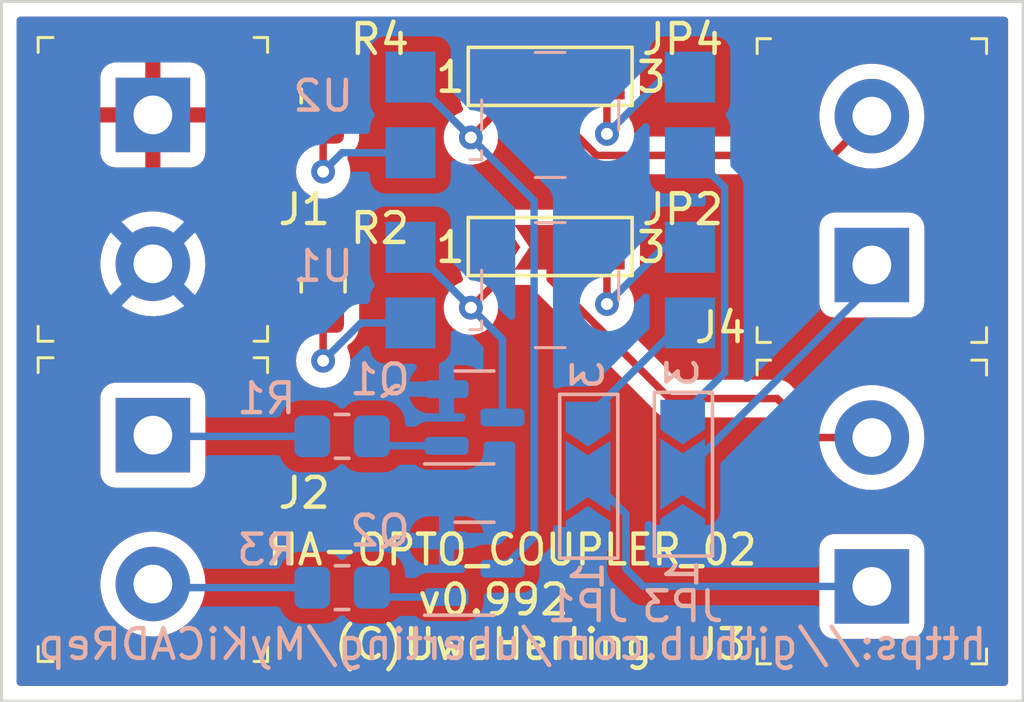
<source format=kicad_pcb>
(kicad_pcb (version 20210228) (generator pcbnew)
  (title_block (title "HA_OPTO_COUPLER_02") (date "2021-04-17") (rev "0.992"))
  (layers (0 "F.Cu" signal) (31 "B.Cu" signal) (34 "B.Paste" user) (35 "F.Paste" user) (36 "B.SilkS" user "B.Silkscreen") (37 "F.SilkS" user "F.Silkscreen") (38 "B.Mask" user) (39 "F.Mask" user) (44 "Edge.Cuts" user))
  (net 0 "")
  (net 1 "GPIO_1")
  (net 2 "GPIO_2")
  (net 3 "VCC")
  (net 4 "GND")
  (net 5 "Net-(JP1-Pad3)")
  (net 6 "Net-(JP2-Pad1)")
  (net 7 "Net-(JP2-Pad3)")
  (net 8 "Net-(JP3-Pad3)")
  (net 9 "Net-(JP4-Pad1)")
  (net 10 "Net-(JP4-Pad3)")
  (net 11 "Net-(Q1-Pad1)")
  (net 12 "Net-(Q2-Pad1)")
  (net 13 "Net-(R2-Pad1)")
  (net 14 "Net-(R4-Pad1)")
  (net 15 "Net-(J3-Pad1)")
  (net 16 "Net-(J3-Pad2)")
  (net 17 "Net-(J4-Pad1)")
  (net 18 "Net-(J4-Pad2)")
  (footprint "UH_HA:GithubLink_UH" (layer "F.Cu") (at 150.495 113.665)
    (fp_text reference "T3" hide)
    (fp_text value "https://github.com/uherting/MyKiCADRep" (at 0 -1.27 unlocked) (layer "B.SilkS") (effects (justify mirror)))
  )
  (footprint "UH_HA:Term_Block_1x2_P5mm" (layer "F.Cu") (at 162.56 110.45 90)
    (fp_text reference "J3" (at -1.945 -5.08) (layer "F.SilkS"))
    (fp_text value "TerminalBlock_3pin" hide)
    (fp_line (start -2.6 3.85) (end -2.1 3.85) (layer "F.SilkS") (width 0.1))
    (fp_line (start -2.6 -3.85) (end -2.1 -3.85) (layer "F.SilkS") (width 0.1))
    (fp_line (start 7.6 -3.85) (end 7.1 -3.85) (layer "F.SilkS") (width 0.1))
    (fp_line (start -2.6 -3.85) (end -2.6 -3.4) (layer "F.SilkS") (width 0.1))
    (fp_line (start 7.6 3.85) (end 7.1 3.85) (layer "F.SilkS") (width 0.1))
    (fp_line (start 7.6 3.85) (end 7.6 3.35) (layer "F.SilkS") (width 0.1))
    (fp_line (start 7.6 -3.85) (end 7.6 -3.4) (layer "F.SilkS") (width 0.1))
    (fp_line (start -2.6 3.85) (end -2.6 3.35) (layer "F.SilkS") (width 0.1))
    (pad "1" thru_hole rect (at 0 0 90) (size 2.5 2.5) (drill 1.3) (layers *.Cu *.Mask) (net 15 "Net-(J3-Pad1)"))
    (pad "2" thru_hole circle (at 5 0 90) (size 2.5 2.5) (drill 1.3) (layers *.Cu *.Mask) (net 16 "Net-(J3-Pad2)"))
  )
  (footprint "UH_HA:Term_Block_1x2_P5mm" (layer "F.Cu") (at 162.56 99.655 90)
    (fp_text reference "J4" (at -2.1 -5.08) (layer "F.SilkS"))
    (fp_text value "TerminalBlock_3pin" hide)
    (fp_line (start 7.6 -3.85) (end 7.6 -3.4) (layer "F.SilkS") (width 0.1))
    (fp_line (start -2.6 3.85) (end -2.1 3.85) (layer "F.SilkS") (width 0.1))
    (fp_line (start -2.6 -3.85) (end -2.1 -3.85) (layer "F.SilkS") (width 0.1))
    (fp_line (start 7.6 3.85) (end 7.6 3.35) (layer "F.SilkS") (width 0.1))
    (fp_line (start -2.6 3.85) (end -2.6 3.35) (layer "F.SilkS") (width 0.1))
    (fp_line (start 7.6 3.85) (end 7.1 3.85) (layer "F.SilkS") (width 0.1))
    (fp_line (start -2.6 -3.85) (end -2.6 -3.4) (layer "F.SilkS") (width 0.1))
    (fp_line (start 7.6 -3.85) (end 7.1 -3.85) (layer "F.SilkS") (width 0.1))
    (pad "1" thru_hole rect (at 0 0 90) (size 2.5 2.5) (drill 1.3) (layers *.Cu *.Mask) (net 17 "Net-(J4-Pad1)"))
    (pad "2" thru_hole circle (at 5 0 90) (size 2.5 2.5) (drill 1.3) (layers *.Cu *.Mask) (net 18 "Net-(J4-Pad2)"))
  )
  (footprint "UH_HA:Copyright-Uwe_Herting" (layer "F.Cu") (at 149.86 113.03)
    (fp_text reference "T2" hide)
    (fp_text value "(C)UweHerting" (at 0 -0.635 unlocked) (layer "F.SilkS"))
  )
  (footprint "UH_HA:PCB_Name" (layer "F.Cu") (at 150.495 109.855)
    (fp_text reference "T1" hide)
    (fp_text value "HA-OPTO_COUPLER_02" (at 0 -0.635 unlocked) (layer "F.SilkS") (effects (font (size 1 0.95))))
  )
  (footprint "UH_HA:Term_Block_1x2_P5mm" (layer "F.Cu") (at 138.43 105.37 -90)
    (fp_text reference "J2" (at 1.945 -5.08 180) (layer "F.SilkS"))
    (fp_text value "TerminalBlock_3pin" hide)
    (fp_line (start -2.6 -3.85) (end -2.6 -3.4) (layer "F.SilkS") (width 0.1))
    (fp_line (start -2.6 3.85) (end -2.6 3.35) (layer "F.SilkS") (width 0.1))
    (fp_line (start 7.6 3.85) (end 7.1 3.85) (layer "F.SilkS") (width 0.1))
    (fp_line (start 7.6 -3.85) (end 7.6 -3.4) (layer "F.SilkS") (width 0.1))
    (fp_line (start 7.6 -3.85) (end 7.1 -3.85) (layer "F.SilkS") (width 0.1))
    (fp_line (start 7.6 3.85) (end 7.6 3.35) (layer "F.SilkS") (width 0.1))
    (fp_line (start -2.6 -3.85) (end -2.1 -3.85) (layer "F.SilkS") (width 0.1))
    (fp_line (start -2.6 3.85) (end -2.1 3.85) (layer "F.SilkS") (width 0.1))
    (pad "1" thru_hole rect (at 0 0 270) (size 2.5 2.5) (drill 1.3) (layers *.Cu *.Mask) (net 1 "GPIO_1"))
    (pad "2" thru_hole circle (at 5 0 270) (size 2.5 2.5) (drill 1.3) (layers *.Cu *.Mask) (net 2 "GPIO_2"))
  )
  (footprint "Resistor_SMD:R_0805_2012Metric_Pad1.20x1.40mm_HandSolder" (layer "F.Cu") (at 144.145 93.98 90)
    (fp_text reference "R4" (at 1.905 1.905) (layer "F.SilkS"))
    (fp_text value "200" hide)
    (fp_line (start -0.227064 0.735) (end 0.227064 0.735) (layer "F.SilkS") (width 0.12))
    (fp_line (start -0.227064 -0.735) (end 0.227064 -0.735) (layer "F.SilkS") (width 0.12))
    (pad "1" smd roundrect (at -1 0 90) (size 1.2 1.4) (layers "F.Cu" "F.Paste" "F.Mask") (roundrect_rratio 0.2083333333) (net 14 "Net-(R4-Pad1)"))
    (pad "2" smd roundrect (at 1 0 90) (size 1.2 1.4) (layers "F.Cu" "F.Paste" "F.Mask") (roundrect_rratio 0.2083333333) (net 3 "VCC"))
  )
  (footprint "UH_HA:Term_Block_1x2_P5mm" (layer "F.Cu") (at 138.43 94.615 -90)
    (fp_text reference "J1" (at 3.175 -5.08 180) (layer "F.SilkS"))
    (fp_text value "TerminalBlock_3pin" hide)
    (fp_line (start 7.6 3.85) (end 7.6 3.35) (layer "F.SilkS") (width 0.1))
    (fp_line (start -2.6 -3.85) (end -2.6 -3.4) (layer "F.SilkS") (width 0.1))
    (fp_line (start 7.6 3.85) (end 7.1 3.85) (layer "F.SilkS") (width 0.1))
    (fp_line (start -2.6 3.85) (end -2.1 3.85) (layer "F.SilkS") (width 0.1))
    (fp_line (start -2.6 3.85) (end -2.6 3.35) (layer "F.SilkS") (width 0.1))
    (fp_line (start 7.6 -3.85) (end 7.1 -3.85) (layer "F.SilkS") (width 0.1))
    (fp_line (start -2.6 -3.85) (end -2.1 -3.85) (layer "F.SilkS") (width 0.1))
    (fp_line (start 7.6 -3.85) (end 7.6 -3.4) (layer "F.SilkS") (width 0.1))
    (pad "1" thru_hole rect (at 0 0 270) (size 2.5 2.5) (drill 1.3) (layers *.Cu *.Mask) (net 3 "VCC"))
    (pad "2" thru_hole circle (at 5 0 270) (size 2.5 2.5) (drill 1.3) (layers *.Cu *.Mask) (net 4 "GND"))
  )
  (footprint "Resistor_SMD:R_0805_2012Metric_Pad1.20x1.40mm_HandSolder" (layer "F.Cu") (at 144.145 100.33 90)
    (fp_text reference "R2" (at 1.905 1.905) (layer "F.SilkS"))
    (fp_text value "200" hide)
    (fp_line (start -0.227064 0.735) (end 0.227064 0.735) (layer "F.SilkS") (width 0.12))
    (fp_line (start -0.227064 -0.735) (end 0.227064 -0.735) (layer "F.SilkS") (width 0.12))
    (pad "1" smd roundrect (at -1 0 90) (size 1.2 1.4) (layers "F.Cu" "F.Paste" "F.Mask") (roundrect_rratio 0.2083333333) (net 13 "Net-(R2-Pad1)"))
    (pad "2" smd roundrect (at 1 0 90) (size 1.2 1.4) (layers "F.Cu" "F.Paste" "F.Mask") (roundrect_rratio 0.2083333333) (net 3 "VCC"))
  )
  (footprint "UH_HA:PCB_Version" (layer "F.Cu") (at 149.86 111.76)
    (fp_text reference "T4" hide)
    (fp_text value "v0.992" (at 0 -0.865 unlocked) (layer "F.SilkS"))
  )
  (footprint "UH_HA:SolderJumper-3_P2.0mm_Open_TrianglePad1.0x1.5mm_NumberLabels" (layer "F.Cu") (at 151.765 93.345)
    (fp_text reference "JP4" (at 4.445 -1.27) (layer "F.SilkS"))
    (fp_text value "SolderJumper_3_Open" hide)
    (fp_text user "1" (at -3.35 0) (layer "F.SilkS"))
    (fp_text user "3" (at 3.4 0) (layer "F.SilkS"))
    (fp_line (start 2.75 -1) (end 2.75 0.95) (layer "F.SilkS") (width 0.12))
    (fp_line (start -2.75 0.95) (end -2.75 -1) (layer "F.SilkS") (width 0.12))
    (fp_line (start 2.75 0.95) (end -2.75 0.95) (layer "F.SilkS") (width 0.12))
    (fp_line (start -2.75 -1) (end 2.75 -1) (layer "F.SilkS") (width 0.12))
    (pad "1" smd custom (at -2 0) (size 0.3 0.3) (layers "F.Cu" "F.Mask") (net 9 "Net-(JP4-Pad1)") (options (clearance outline) (anchor rect)) (primitives (gr_poly (pts (xy -0.5 -0.75) (xy 0.5 -0.75) (xy 1 0) (xy 0.5 0.75) (xy -0.5 0.75)) (width 0) (fill yes))))
    (pad "2" smd custom (at 0 0) (size 0.3 0.3) (layers "F.Cu") (net 18 "Net-(J4-Pad2)") (options (clearance outline) (anchor rect)) (primitives (gr_poly (pts (xy -1.2 -0.75) (xy 1.2 -0.75) (xy 0.7 0) (xy 1.2 0.75) (xy -1.2 0.75) (xy -0.7 0)) (width 0) (fill yes))))
    (pad "3" smd custom (at 2 0 180) (size 0.3 0.3) (layers "F.Cu" "F.Mask") (net 10 "Net-(JP4-Pad3)") (options (clearance outline) (anchor rect)) (primitives (gr_poly (pts (xy -0.5 -0.75) (xy 0.5 -0.75) (xy 1 0) (xy 0.5 0.75) (xy -0.5 0.75)) (width 0) (fill yes))))
  )
  (footprint "UH_HA:SolderJumper-3_P2.0mm_Open_TrianglePad1.0x1.5mm_NumberLabels" (layer "F.Cu") (at 151.765 99.06)
    (fp_text reference "JP2" (at 4.445 -1.27) (layer "F.SilkS"))
    (fp_text value "SolderJumper_3_Open" hide)
    (fp_text user "1" (at -3.35 0) (layer "F.SilkS"))
    (fp_text user "3" (at 3.4 0) (layer "F.SilkS"))
    (fp_line (start -2.75 0.95) (end -2.75 -1) (layer "F.SilkS") (width 0.12))
    (fp_line (start 2.75 0.95) (end -2.75 0.95) (layer "F.SilkS") (width 0.12))
    (fp_line (start 2.75 -1) (end 2.75 0.95) (layer "F.SilkS") (width 0.12))
    (fp_line (start -2.75 -1) (end 2.75 -1) (layer "F.SilkS") (width 0.12))
    (pad "1" smd custom (at -2 0) (size 0.3 0.3) (layers "F.Cu" "F.Mask") (net 6 "Net-(JP2-Pad1)") (options (clearance outline) (anchor rect)) (primitives (gr_poly (pts (xy -0.5 -0.75) (xy 0.5 -0.75) (xy 1 0) (xy 0.5 0.75) (xy -0.5 0.75)) (width 0) (fill yes))))
    (pad "2" smd custom (at 0 0) (size 0.3 0.3) (layers "F.Cu") (net 16 "Net-(J3-Pad2)") (options (clearance outline) (anchor rect)) (primitives (gr_poly (pts (xy -1.2 -0.75) (xy 1.2 -0.75) (xy 0.7 0) (xy 1.2 0.75) (xy -1.2 0.75) (xy -0.7 0)) (width 0) (fill yes))))
    (pad "3" smd custom (at 2 0 180) (size 0.3 0.3) (layers "F.Cu" "F.Mask") (net 7 "Net-(JP2-Pad3)") (options (clearance outline) (anchor rect)) (primitives (gr_poly (pts (xy -0.5 -0.75) (xy 0.5 -0.75) (xy 1 0) (xy 0.5 0.75) (xy -0.5 0.75)) (width 0) (fill yes))))
  )
  (footprint "UH_HA:SolderJumper-3_P2.0mm_Open_TrianglePad1.0x1.5mm_NumberLabels" (layer "B.Cu") (at 156.21 106.68 90)
    (fp_text reference "JP3" (at -4.445 0 180) (layer "B.SilkS") (effects (justify mirror)))
    (fp_text value "SolderJumper_3_Open" hide)
    (fp_text user "1" (at -3.35 0 90) (layer "B.SilkS") (effects (justify mirror)))
    (fp_text user "3" (at 3.4 0 90) (layer "B.SilkS") (effects (justify mirror)))
    (fp_line (start -2.75 -0.95) (end -2.75 1) (layer "B.SilkS") (width 0.12))
    (fp_line (start -2.75 1) (end 2.75 1) (layer "B.SilkS") (width 0.12))
    (fp_line (start 2.75 1) (end 2.75 -0.95) (layer "B.SilkS") (width 0.12))
    (fp_line (start 2.75 -0.95) (end -2.75 -0.95) (layer "B.SilkS") (width 0.12))
    (pad "1" smd custom (at -2 0 90) (size 0.3 0.3) (layers "B.Cu" "B.Mask") (net 4 "GND") (options (clearance outline) (anchor rect)) (primitives (gr_poly (pts (xy -0.5 0.75) (xy 0.5 0.75) (xy 1 0) (xy 0.5 -0.75) (xy -0.5 -0.75)) (width 0) (fill yes))))
    (pad "2" smd custom (at 0 0 90) (size 0.3 0.3) (layers "B.Cu") (net 17 "Net-(J4-Pad1)") (options (clearance outline) (anchor rect)) (primitives (gr_poly (pts (xy -1.2 0.75) (xy 1.2 0.75) (xy 0.7 0) (xy 1.2 -0.75) (xy -1.2 -0.75) (xy -0.7 0)) (width 0) (fill yes))))
    (pad "3" smd custom (at 2 0 270) (size 0.3 0.3) (layers "B.Cu" "B.Mask") (net 8 "Net-(JP3-Pad3)") (options (clearance outline) (anchor rect)) (primitives (gr_poly (pts (xy -0.5 0.75) (xy 0.5 0.75) (xy 1 0) (xy 0.5 -0.75) (xy -0.5 -0.75)) (width 0) (fill yes))))
  )
  (footprint "Resistor_SMD:R_0805_2012Metric_Pad1.20x1.40mm_HandSolder" (layer "B.Cu") (at 144.78 105.41)
    (fp_text reference "R1" (at -2.54 -1.27) (layer "B.SilkS") (effects (justify mirror)))
    (fp_text value "15k" hide)
    (fp_line (start -0.227064 0.735) (end 0.227064 0.735) (layer "B.SilkS") (width 0.12))
    (fp_line (start -0.227064 -0.735) (end 0.227064 -0.735) (layer "B.SilkS") (width 0.12))
    (pad "1" smd roundrect (at -1 0) (size 1.2 1.4) (layers "B.Cu" "B.Paste" "B.Mask") (roundrect_rratio 0.2083333333) (net 1 "GPIO_1"))
    (pad "2" smd roundrect (at 1 0) (size 1.2 1.4) (layers "B.Cu" "B.Paste" "B.Mask") (roundrect_rratio 0.2083333333) (net 11 "Net-(Q1-Pad1)"))
  )
  (footprint "UH_HA:EL817-S1T" (layer "B.Cu") (at 151.765 94.615)
    (fp_text reference "U2" (at -7.62 -0.635 180) (layer "B.SilkS") (effects (justify mirror)))
    (fp_text value "EL817" hide)
    (fp_line (start 0 2.1) (end 0.5 2.1) (layer "B.SilkS") (width 0.1))
    (fp_line (start 2.3 0) (end 2.3 0.5) (layer "B.SilkS") (width 0.1))
    (fp_line (start 0 2.1) (end -0.5 2.1) (layer "B.SilkS") (width 0.1))
    (fp_line (start -2.3 1.5) (end -2.3 1.2) (layer "B.SilkS") (width 0.1))
    (fp_line (start 2.3 0) (end 2.3 -0.5) (layer "B.SilkS") (width 0.1))
    (fp_line (start -2.3 0) (end -2.3 0.5) (layer "B.SilkS") (width 0.1))
    (fp_line (start -2.3 0) (end -2.3 -0.5) (layer "B.SilkS") (width 0.1))
    (fp_line (start -2.7 1.5) (end -2.3 1.5) (layer "B.SilkS") (width 0.1))
    (fp_line (start 0 -2.1) (end -0.5 -2.1) (layer "B.SilkS") (width 0.1))
    (fp_line (start 0 -2.1) (end 0.5 -2.1) (layer "B.SilkS") (width 0.1))
    (pad "1" smd rect (at -4.69 1.27) (size 1.68 1.71) (layers "B.Cu" "B.Paste" "B.Mask") (net 14 "Net-(R4-Pad1)"))
    (pad "2" smd rect (at -4.69 -1.27) (size 1.68 1.71) (layers "B.Cu" "B.Paste" "B.Mask") (net 9 "Net-(JP4-Pad1)"))
    (pad "3" smd rect (at 4.69 -1.27) (size 1.68 1.71) (layers "B.Cu" "B.Paste" "B.Mask") (net 10 "Net-(JP4-Pad3)"))
    (pad "4" smd rect (at 4.69 1.27) (size 1.68 1.71) (layers "B.Cu" "B.Paste" "B.Mask") (net 8 "Net-(JP3-Pad3)"))
  )
  (footprint "UH_HA:SOT-23" (layer "B.Cu") (at 149.225 109.855)
    (fp_text reference "Q2" (at -3.175 -1.27 180) (layer "B.SilkS") (effects (justify mirror)))
    (fp_text value "MMBT3904" hide)
    (fp_line (start 0 1.56) (end -1.675 1.56) (layer "B.SilkS") (width 0.12))
    (fp_line (start 0 1.56) (end 0.65 1.56) (layer "B.SilkS") (width 0.12))
    (fp_line (start 0 -1.56) (end -0.65 -1.56) (layer "B.SilkS") (width 0.12))
    (fp_line (start 0 -1.56) (end 0.65 -1.56) (layer "B.SilkS") (width 0.12))
    (pad "1" smd roundrect (at -0.9375 0.95) (size 1.475 0.6) (layers "B.Cu" "B.Paste" "B.Mask") (net 12 "Net-(Q2-Pad1)"))
    (pad "2" smd roundrect (at -0.9375 -0.95) (size 1.475 0.6) (layers "B.Cu" "B.Paste" "B.Mask") (net 4 "GND"))
    (pad "3" smd roundrect (at 0.9375 0) (size 1.475 0.6) (layers "B.Cu" "B.Paste" "B.Mask") (net 9 "Net-(JP4-Pad1)"))
  )
  (footprint "Resistor_SMD:R_0805_2012Metric_Pad1.20x1.40mm_HandSolder" (layer "B.Cu") (at 144.78 110.49)
    (fp_text reference "R3" (at -2.54 -1.27) (layer "B.SilkS") (effects (justify mirror)))
    (fp_text value "15k" hide)
    (fp_line (start -0.227064 0.735) (end 0.227064 0.735) (layer "B.SilkS") (width 0.12))
    (fp_line (start -0.227064 -0.735) (end 0.227064 -0.735) (layer "B.SilkS") (width 0.12))
    (pad "1" smd roundrect (at -1 0) (size 1.2 1.4) (layers "B.Cu" "B.Paste" "B.Mask") (roundrect_rratio 0.2083333333) (net 2 "GPIO_2"))
    (pad "2" smd roundrect (at 1 0) (size 1.2 1.4) (layers "B.Cu" "B.Paste" "B.Mask") (roundrect_rratio 0.2083333333) (net 12 "Net-(Q2-Pad1)"))
  )
  (footprint "UH_HA:SOT-23" (layer "B.Cu") (at 149.225 104.775)
    (fp_text reference "Q1" (at -3.175 -1.27 180) (layer "B.SilkS") (effects (justify mirror)))
    (fp_text value "MMBT3904" hide)
    (fp_line (start 0 -1.56) (end -0.65 -1.56) (layer "B.SilkS") (width 0.12))
    (fp_line (start 0 1.56) (end 0.65 1.56) (layer "B.SilkS") (width 0.12))
    (fp_line (start 0 1.56) (end -1.675 1.56) (layer "B.SilkS") (width 0.12))
    (fp_line (start 0 -1.56) (end 0.65 -1.56) (layer "B.SilkS") (width 0.12))
    (pad "1" smd roundrect (at -0.9375 0.95) (size 1.475 0.6) (layers "B.Cu" "B.Paste" "B.Mask") (net 11 "Net-(Q1-Pad1)"))
    (pad "2" smd roundrect (at -0.9375 -0.95) (size 1.475 0.6) (layers "B.Cu" "B.Paste" "B.Mask") (net 4 "GND"))
    (pad "3" smd roundrect (at 0.9375 0) (size 1.475 0.6) (layers "B.Cu" "B.Paste" "B.Mask") (net 6 "Net-(JP2-Pad1)"))
  )
  (footprint "UH_HA:SolderJumper-3_P2.0mm_Open_TrianglePad1.0x1.5mm_NumberLabels" (layer "B.Cu") (at 153.035 106.75 90)
    (fp_text reference "JP1" (at -4.375 0) (layer "B.SilkS") (effects (justify mirror)))
    (fp_text value "SolderJumper_3_Open" hide)
    (fp_text user "1" (at -3.35 0 90) (layer "B.SilkS") (effects (justify mirror)))
    (fp_text user "3" (at 3.4 0 90) (layer "B.SilkS") (effects (justify mirror)))
    (fp_line (start 2.75 -0.95) (end -2.75 -0.95) (layer "B.SilkS") (width 0.12))
    (fp_line (start -2.75 -0.95) (end -2.75 1) (layer "B.SilkS") (width 0.12))
    (fp_line (start -2.75 1) (end 2.75 1) (layer "B.SilkS") (width 0.12))
    (fp_line (start 2.75 1) (end 2.75 -0.95) (layer "B.SilkS") (width 0.12))
    (pad "1" smd custom (at -2 0 90) (size 0.3 0.3) (layers "B.Cu" "B.Mask") (net 4 "GND") (options (clearance outline) (anchor rect)) (primitives (gr_poly (pts (xy -0.5 0.75) (xy 0.5 0.75) (xy 1 0) (xy 0.5 -0.75) (xy -0.5 -0.75)) (width 0) (fill yes))))
    (pad "2" smd custom (at 0 0 90) (size 0.3 0.3) (layers "B.Cu") (net 15 "Net-(J3-Pad1)") (options (clearance outline) (anchor rect)) (primitives (gr_poly (pts (xy -1.2 0.75) (xy 1.2 0.75) (xy 0.7 0) (xy 1.2 -0.75) (xy -1.2 -0.75) (xy -0.7 0)) (width 0) (fill yes))))
    (pad "3" smd custom (at 2 0 270) (size 0.3 0.3) (layers "B.Cu" "B.Mask") (net 5 "Net-(JP1-Pad3)") (options (clearance outline) (anchor rect)) (primitives (gr_poly (pts (xy -0.5 0.75) (xy 0.5 0.75) (xy 1 0) (xy 0.5 -0.75) (xy -0.5 -0.75)) (width 0) (fill yes))))
  )
  (footprint "UH_HA:EL817-S1T" (layer "B.Cu") (at 151.765 100.33)
    (fp_text reference "U1" (at -7.62 -0.635 180) (layer "B.SilkS") (effects (justify mirror)))
    (fp_text value "EL817" hide)
    (fp_line (start 0 2.1) (end 0.5 2.1) (layer "B.SilkS") (width 0.1))
    (fp_line (start 0 -2.1) (end 0.5 -2.1) (layer "B.SilkS") (width 0.1))
    (fp_line (start -2.3 0) (end -2.3 0.5) (layer "B.SilkS") (width 0.1))
    (fp_line (start -2.3 1.5) (end -2.3 1.2) (layer "B.SilkS") (width 0.1))
    (fp_line (start -2.7 1.5) (end -2.3 1.5) (layer "B.SilkS") (width 0.1))
    (fp_line (start 2.3 0) (end 2.3 0.5) (layer "B.SilkS") (width 0.1))
    (fp_line (start 0 2.1) (end -0.5 2.1) (layer "B.SilkS") (width 0.1))
    (fp_line (start -2.3 0) (end -2.3 -0.5) (layer "B.SilkS") (width 0.1))
    (fp_line (start 0 -2.1) (end -0.5 -2.1) (layer "B.SilkS") (width 0.1))
    (fp_line (start 2.3 0) (end 2.3 -0.5) (layer "B.SilkS") (width 0.1))
    (pad "1" smd rect (at -4.69 1.27) (size 1.68 1.71) (layers "B.Cu" "B.Paste" "B.Mask") (net 13 "Net-(R2-Pad1)"))
    (pad "2" smd rect (at -4.69 -1.27) (size 1.68 1.71) (layers "B.Cu" "B.Paste" "B.Mask") (net 6 "Net-(JP2-Pad1)"))
    (pad "3" smd rect (at 4.69 -1.27) (size 1.68 1.71) (layers "B.Cu" "B.Paste" "B.Mask") (net 7 "Net-(JP2-Pad3)"))
    (pad "4" smd rect (at 4.69 1.27) (size 1.68 1.71) (layers "B.Cu" "B.Paste" "B.Mask") (net 5 "Net-(JP1-Pad3)"))
  )
  (gr_line (start 133.35 114.3) (end 133.35 90.805) (layer "Edge.Cuts") (width 0.1))
  (gr_line (start 133.35 90.805) (end 167.64 90.805) (layer "Edge.Cuts") (width 0.1))
  (gr_line (start 167.64 90.805) (end 167.64 114.3) (layer "Edge.Cuts") (width 0.1))
  (gr_line (start 167.64 114.3) (end 133.35 114.3) (layer "Edge.Cuts") (width 0.1))
  (segment (start 143.78 105.41) (end 138.47 105.41) (width 0.25) (layer "B.Cu") (net 1))
  (segment (start 138.47 105.41) (end 138.43 105.37) (width 0.25) (layer "B.Cu") (net 1))
  (segment (start 138.55 110.49) (end 138.43 110.37) (width 0.25) (layer "B.Cu") (net 2))
  (segment (start 143.78 110.49) (end 138.55 110.49) (width 0.25) (layer "B.Cu") (net 2))
  (segment (start 156.185 101.6) (end 156.455 101.6) (width 0.25) (layer "B.Cu") (net 5))
  (segment (start 153.035 104.75) (end 156.185 101.6) (width 0.25) (layer "B.Cu") (net 5))
  (segment (start 149.765 100.425) (end 149.1025 101.0875) (width 0.25) (layer "F.Cu") (net 6))
  (segment (start 149.765 99.06) (end 149.765 100.425) (width 0.25) (layer "F.Cu") (net 6))
  (via (at 149.1025 101.0875) (size 0.8) (drill 0.4) (layers "F.Cu" "B.Cu") (net 6))
  (segment (start 150.1625 104.775) (end 150.1625 102.1475) (width 0.25) (layer "B.Cu") (net 6))
  (segment (start 149.1025 101.0875) (end 147.075 99.06) (width 0.25) (layer "B.Cu") (net 6))
  (segment (start 150.1625 102.1475) (end 149.1025 101.0875) (width 0.25) (layer "B.Cu") (net 6))
  (segment (start 153.67 100.965) (end 153.67 99.155) (width 0.25) (layer "F.Cu") (net 7))
  (segment (start 153.67 99.155) (end 153.765 99.06) (width 0.25) (layer "F.Cu") (net 7))
  (via (at 153.67 100.965) (size 0.8) (drill 0.4) (layers "F.Cu" "B.Cu") (net 7))
  (segment (start 156.455 99.06) (end 155.575 99.06) (width 0.25) (layer "B.Cu") (net 7))
  (segment (start 155.575 99.06) (end 153.67 100.965) (width 0.25) (layer "B.Cu") (net 7))
  (segment (start 157.619511 97.049511) (end 156.455 95.885) (width 0.25) (layer "B.Cu") (net 8))
  (segment (start 156.21 104.68) (end 157.619511 103.270489) (width 0.25) (layer "B.Cu") (net 8))
  (segment (start 157.619511 103.270489) (end 157.619511 97.049511) (width 0.25) (layer "B.Cu") (net 8))
  (segment (start 149.765 93.345) (end 149.765 94.71) (width 0.25) (layer "F.Cu") (net 9))
  (segment (start 149.765 94.71) (end 149.1025 95.3725) (width 0.25) (layer "F.Cu") (net 9))
  (via (at 149.1025 95.3725) (size 0.8) (drill 0.4) (layers "F.Cu" "B.Cu") (net 9))
  (segment (start 151.22452 97.49452) (end 149.1025 95.3725) (width 0.25) (layer "B.Cu") (net 9))
  (segment (start 151.22452 108.79298) (end 151.22452 97.49452) (width 0.25) (layer "B.Cu") (net 9))
  (segment (start 150.1625 109.855) (end 151.22452 108.79298) (width 0.25) (layer "B.Cu") (net 9))
  (segment (start 149.1025 95.3725) (end 147.075 93.345) (width 0.25) (layer "B.Cu") (net 9))
  (segment (start 153.67 95.25) (end 153.67 93.44) (width 0.25) (layer "F.Cu") (net 10))
  (segment (start 153.67 93.44) (end 153.765 93.345) (width 0.25) (layer "F.Cu") (net 10))
  (via (at 153.67 95.25) (size 0.8) (drill 0.4) (layers "F.Cu" "B.Cu") (net 10))
  (segment (start 156.455 93.345) (end 155.575 93.345) (width 0.25) (layer "B.Cu") (net 10))
  (segment (start 155.575 93.345) (end 153.67 95.25) (width 0.25) (layer "B.Cu") (net 10))
  (segment (start 146.095 105.725) (end 145.78 105.41) (width 0.25) (layer "B.Cu") (net 11))
  (segment (start 148.2875 105.725) (end 146.095 105.725) (width 0.25) (layer "B.Cu") (net 11))
  (segment (start 148.2875 110.805) (end 146.095 110.805) (width 0.25) (layer "B.Cu") (net 12))
  (segment (start 146.095 110.805) (end 145.78 110.49) (width 0.25) (layer "B.Cu") (net 12))
  (segment (start 144.145 101.33) (end 144.145 102.87) (width 0.25) (layer "F.Cu") (net 13))
  (via (at 144.145 102.87) (size 0.8) (drill 0.4) (layers "F.Cu" "B.Cu") (net 13))
  (segment (start 145.415 101.6) (end 147.075 101.6) (width 0.25) (layer "B.Cu") (net 13))
  (segment (start 144.145 102.87) (end 145.415 101.6) (width 0.25) (layer "B.Cu") (net 13))
  (segment (start 144.145 94.98) (end 144.145 96.52) (width 0.25) (layer "F.Cu") (net 14))
  (via (at 144.145 96.52) (size 0.8) (drill 0.4) (layers "F.Cu" "B.Cu") (net 14))
  (segment (start 144.78 95.885) (end 147.075 95.885) (width 0.25) (layer "B.Cu") (net 14))
  (segment (start 144.145 96.52) (end 144.78 95.885) (width 0.25) (layer "B.Cu") (net 14))
  (segment (start 154.9 110.45) (end 162.56 110.45) (width 0.25) (layer "B.Cu") (net 15))
  (segment (start 153.035 106.75) (end 154.305 108.02) (width 0.25) (layer "B.Cu") (net 15))
  (segment (start 154.305 109.855) (end 154.9 110.45) (width 0.25) (layer "B.Cu") (net 15))
  (segment (start 154.305 108.02) (end 154.305 109.855) (width 0.25) (layer "B.Cu") (net 15))
  (segment (start 159.385 104.14) (end 160.695 105.45) (width 0.25) (layer "F.Cu") (net 16))
  (segment (start 155.772723 104.14) (end 159.385 104.14) (width 0.25) (layer "F.Cu") (net 16))
  (segment (start 160.695 105.45) (end 162.56 105.45) (width 0.25) (layer "F.Cu") (net 16))
  (segment (start 151.765 99.06) (end 151.765 100.132277) (width 0.25) (layer "F.Cu") (net 16))
  (segment (start 151.765 100.132277) (end 155.772723 104.14) (width 0.25) (layer "F.Cu") (net 16))
  (segment (start 162.56 100.33) (end 162.56 99.655) (width 0.25) (layer "B.Cu") (net 17))
  (segment (start 156.21 106.68) (end 162.56 100.33) (width 0.25) (layer "B.Cu") (net 17))
  (segment (start 151.765 93.345) (end 151.765 94.417277) (width 0.25) (layer "F.Cu") (net 18))
  (segment (start 151.765 94.417277) (end 153.322234 95.974511) (width 0.25) (layer "F.Cu") (net 18))
  (segment (start 153.322234 95.974511) (end 161.240489 95.974511) (width 0.25) (layer "F.Cu") (net 18))
  (segment (start 161.240489 95.974511) (end 162.56 94.655) (width 0.25) (layer "F.Cu") (net 18))
  (zone (net 3) (net_name "VCC") (layer "F.Cu") (connect_pads (clearance 0.508)) (min_thickness 0.254) (fill yes (thermal_gap 0.508) (thermal_bridge_width 0.508))
    (polygon (pts (xy 167.64 114.3) (xy 133.35 114.3) (xy 133.35 90.805) (xy 167.64 90.805)))
  )
  (zone (net 4) (net_name "GND") (layer "B.Cu") (connect_pads (clearance 0.508)) (min_thickness 0.254) (fill yes (thermal_gap 0.508) (thermal_bridge_width 0.508))
    (polygon (pts (xy 167.64 114.3) (xy 133.35 114.3) (xy 133.35 90.805) (xy 167.64 90.805)))
  )
)
</source>
